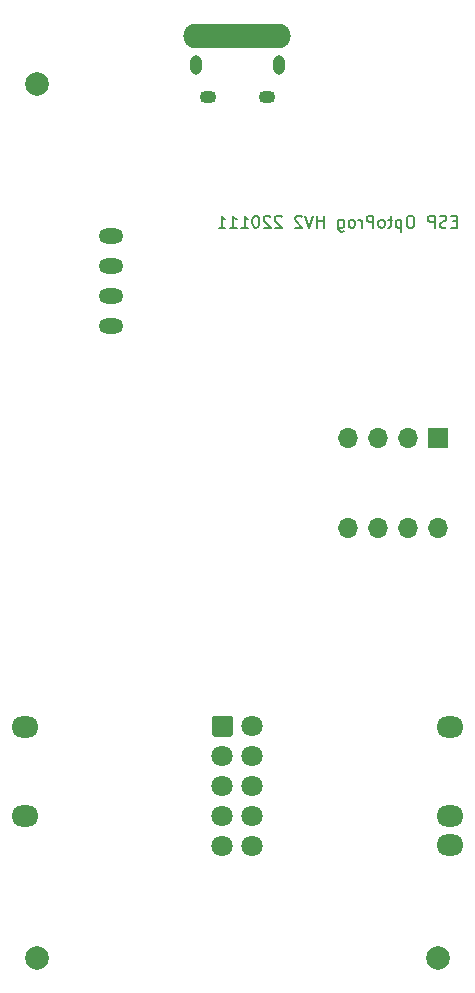
<source format=gbs>
%TF.GenerationSoftware,KiCad,Pcbnew,(5.1.10)-1*%
%TF.CreationDate,2022-01-11T09:06:52+01:00*%
%TF.ProjectId,EspOptoProg,4573704f-7074-46f5-9072-6f672e6b6963,rev?*%
%TF.SameCoordinates,Original*%
%TF.FileFunction,Soldermask,Bot*%
%TF.FilePolarity,Negative*%
%FSLAX46Y46*%
G04 Gerber Fmt 4.6, Leading zero omitted, Abs format (unit mm)*
G04 Created by KiCad (PCBNEW (5.1.10)-1) date 2022-01-11 09:06:52*
%MOMM*%
%LPD*%
G01*
G04 APERTURE LIST*
%ADD10C,0.150000*%
%ADD11O,2.100000X1.300000*%
%ADD12C,2.000000*%
%ADD13O,1.700000X1.700000*%
%ADD14C,1.800000*%
%ADD15O,2.300000X1.800000*%
%ADD16O,9.100000X2.100000*%
%ADD17O,1.000000X1.650000*%
%ADD18O,1.400000X1.100000*%
G04 APERTURE END LIST*
D10*
X38547619Y65321428D02*
X38214285Y65321428D01*
X38071428Y64797619D02*
X38547619Y64797619D01*
X38547619Y65797619D01*
X38071428Y65797619D01*
X37690476Y64845238D02*
X37547619Y64797619D01*
X37309523Y64797619D01*
X37214285Y64845238D01*
X37166666Y64892857D01*
X37119047Y64988095D01*
X37119047Y65083333D01*
X37166666Y65178571D01*
X37214285Y65226190D01*
X37309523Y65273809D01*
X37500000Y65321428D01*
X37595238Y65369047D01*
X37642857Y65416666D01*
X37690476Y65511904D01*
X37690476Y65607142D01*
X37642857Y65702380D01*
X37595238Y65750000D01*
X37500000Y65797619D01*
X37261904Y65797619D01*
X37119047Y65750000D01*
X36690476Y64797619D02*
X36690476Y65797619D01*
X36309523Y65797619D01*
X36214285Y65750000D01*
X36166666Y65702380D01*
X36119047Y65607142D01*
X36119047Y65464285D01*
X36166666Y65369047D01*
X36214285Y65321428D01*
X36309523Y65273809D01*
X36690476Y65273809D01*
X34738095Y65797619D02*
X34547619Y65797619D01*
X34452380Y65750000D01*
X34357142Y65654761D01*
X34309523Y65464285D01*
X34309523Y65130952D01*
X34357142Y64940476D01*
X34452380Y64845238D01*
X34547619Y64797619D01*
X34738095Y64797619D01*
X34833333Y64845238D01*
X34928571Y64940476D01*
X34976190Y65130952D01*
X34976190Y65464285D01*
X34928571Y65654761D01*
X34833333Y65750000D01*
X34738095Y65797619D01*
X33880952Y65464285D02*
X33880952Y64464285D01*
X33880952Y65416666D02*
X33785714Y65464285D01*
X33595238Y65464285D01*
X33500000Y65416666D01*
X33452380Y65369047D01*
X33404761Y65273809D01*
X33404761Y64988095D01*
X33452380Y64892857D01*
X33500000Y64845238D01*
X33595238Y64797619D01*
X33785714Y64797619D01*
X33880952Y64845238D01*
X33119047Y65464285D02*
X32738095Y65464285D01*
X32976190Y65797619D02*
X32976190Y64940476D01*
X32928571Y64845238D01*
X32833333Y64797619D01*
X32738095Y64797619D01*
X32261904Y64797619D02*
X32357142Y64845238D01*
X32404761Y64892857D01*
X32452380Y64988095D01*
X32452380Y65273809D01*
X32404761Y65369047D01*
X32357142Y65416666D01*
X32261904Y65464285D01*
X32119047Y65464285D01*
X32023809Y65416666D01*
X31976190Y65369047D01*
X31928571Y65273809D01*
X31928571Y64988095D01*
X31976190Y64892857D01*
X32023809Y64845238D01*
X32119047Y64797619D01*
X32261904Y64797619D01*
X31500000Y64797619D02*
X31500000Y65797619D01*
X31119047Y65797619D01*
X31023809Y65750000D01*
X30976190Y65702380D01*
X30928571Y65607142D01*
X30928571Y65464285D01*
X30976190Y65369047D01*
X31023809Y65321428D01*
X31119047Y65273809D01*
X31500000Y65273809D01*
X30500000Y64797619D02*
X30500000Y65464285D01*
X30500000Y65273809D02*
X30452380Y65369047D01*
X30404761Y65416666D01*
X30309523Y65464285D01*
X30214285Y65464285D01*
X29738095Y64797619D02*
X29833333Y64845238D01*
X29880952Y64892857D01*
X29928571Y64988095D01*
X29928571Y65273809D01*
X29880952Y65369047D01*
X29833333Y65416666D01*
X29738095Y65464285D01*
X29595238Y65464285D01*
X29500000Y65416666D01*
X29452380Y65369047D01*
X29404761Y65273809D01*
X29404761Y64988095D01*
X29452380Y64892857D01*
X29500000Y64845238D01*
X29595238Y64797619D01*
X29738095Y64797619D01*
X28547619Y65464285D02*
X28547619Y64654761D01*
X28595238Y64559523D01*
X28642857Y64511904D01*
X28738095Y64464285D01*
X28880952Y64464285D01*
X28976190Y64511904D01*
X28547619Y64845238D02*
X28642857Y64797619D01*
X28833333Y64797619D01*
X28928571Y64845238D01*
X28976190Y64892857D01*
X29023809Y64988095D01*
X29023809Y65273809D01*
X28976190Y65369047D01*
X28928571Y65416666D01*
X28833333Y65464285D01*
X28642857Y65464285D01*
X28547619Y65416666D01*
X27309523Y64797619D02*
X27309523Y65797619D01*
X27309523Y65321428D02*
X26738095Y65321428D01*
X26738095Y64797619D02*
X26738095Y65797619D01*
X26404761Y65797619D02*
X26071428Y64797619D01*
X25738095Y65797619D01*
X25452380Y65702380D02*
X25404761Y65750000D01*
X25309523Y65797619D01*
X25071428Y65797619D01*
X24976190Y65750000D01*
X24928571Y65702380D01*
X24880952Y65607142D01*
X24880952Y65511904D01*
X24928571Y65369047D01*
X25500000Y64797619D01*
X24880952Y64797619D01*
X23738095Y65702380D02*
X23690476Y65750000D01*
X23595238Y65797619D01*
X23357142Y65797619D01*
X23261904Y65750000D01*
X23214285Y65702380D01*
X23166666Y65607142D01*
X23166666Y65511904D01*
X23214285Y65369047D01*
X23785714Y64797619D01*
X23166666Y64797619D01*
X22785714Y65702380D02*
X22738095Y65750000D01*
X22642857Y65797619D01*
X22404761Y65797619D01*
X22309523Y65750000D01*
X22261904Y65702380D01*
X22214285Y65607142D01*
X22214285Y65511904D01*
X22261904Y65369047D01*
X22833333Y64797619D01*
X22214285Y64797619D01*
X21595238Y65797619D02*
X21500000Y65797619D01*
X21404761Y65750000D01*
X21357142Y65702380D01*
X21309523Y65607142D01*
X21261904Y65416666D01*
X21261904Y65178571D01*
X21309523Y64988095D01*
X21357142Y64892857D01*
X21404761Y64845238D01*
X21500000Y64797619D01*
X21595238Y64797619D01*
X21690476Y64845238D01*
X21738095Y64892857D01*
X21785714Y64988095D01*
X21833333Y65178571D01*
X21833333Y65416666D01*
X21785714Y65607142D01*
X21738095Y65702380D01*
X21690476Y65750000D01*
X21595238Y65797619D01*
X20309523Y64797619D02*
X20880952Y64797619D01*
X20595238Y64797619D02*
X20595238Y65797619D01*
X20690476Y65654761D01*
X20785714Y65559523D01*
X20880952Y65511904D01*
X19357142Y64797619D02*
X19928571Y64797619D01*
X19642857Y64797619D02*
X19642857Y65797619D01*
X19738095Y65654761D01*
X19833333Y65559523D01*
X19928571Y65511904D01*
X18404761Y64797619D02*
X18976190Y64797619D01*
X18690476Y64797619D02*
X18690476Y65797619D01*
X18785714Y65654761D01*
X18880952Y65559523D01*
X18976190Y65511904D01*
D11*
%TO.C,U50*%
X9250000Y56440000D03*
X9250000Y58980000D03*
X9250000Y61520000D03*
X9250000Y64060000D03*
%TD*%
D12*
%TO.C,FID6*%
X37000000Y3000000D03*
%TD*%
%TO.C,FID5*%
X3000000Y3000000D03*
%TD*%
%TO.C,FID4*%
X3000000Y77000000D03*
%TD*%
D13*
%TO.C,J30*%
X37000000Y39380000D03*
X29380000Y47000000D03*
X34460000Y39380000D03*
X31920000Y47000000D03*
X31920000Y39380000D03*
X34460000Y47000000D03*
X29380000Y39380000D03*
G36*
G01*
X36200000Y47850000D02*
X37800000Y47850000D01*
G75*
G02*
X37850000Y47800000I0J-50000D01*
G01*
X37850000Y46200000D01*
G75*
G02*
X37800000Y46150000I-50000J0D01*
G01*
X36200000Y46150000D01*
G75*
G02*
X36150000Y46200000I0J50000D01*
G01*
X36150000Y47800000D01*
G75*
G02*
X36200000Y47850000I50000J0D01*
G01*
G37*
%TD*%
D14*
%TO.C,J40*%
X21270000Y12420000D03*
X21270000Y14960000D03*
X21270000Y17500000D03*
X21270000Y20040000D03*
X21270000Y22580000D03*
X18730000Y12420000D03*
X18730000Y14960000D03*
X18730000Y17500000D03*
X18730000Y20040000D03*
G36*
G01*
X17830000Y21944705D02*
X17830000Y23215295D01*
G75*
G02*
X18094705Y23480000I264705J0D01*
G01*
X19365295Y23480000D01*
G75*
G02*
X19630000Y23215295I0J-264705D01*
G01*
X19630000Y21944705D01*
G75*
G02*
X19365295Y21680000I-264705J0D01*
G01*
X18094705Y21680000D01*
G75*
G02*
X17830000Y21944705I0J264705D01*
G01*
G37*
%TD*%
D15*
%TO.C,TP45*%
X2000000Y15000000D03*
%TD*%
%TO.C,TP44*%
X2000000Y22500000D03*
%TD*%
%TO.C,TP43*%
X38000000Y12500000D03*
%TD*%
%TO.C,TP42*%
X38000000Y15000000D03*
%TD*%
%TO.C,TP41*%
X38000000Y22500000D03*
%TD*%
D16*
%TO.C,K10*%
X20000000Y81050000D03*
D17*
X16500000Y78550000D03*
D18*
X22500000Y75850000D03*
X17500000Y75850000D03*
D17*
X23500000Y78550000D03*
%TD*%
M02*

</source>
